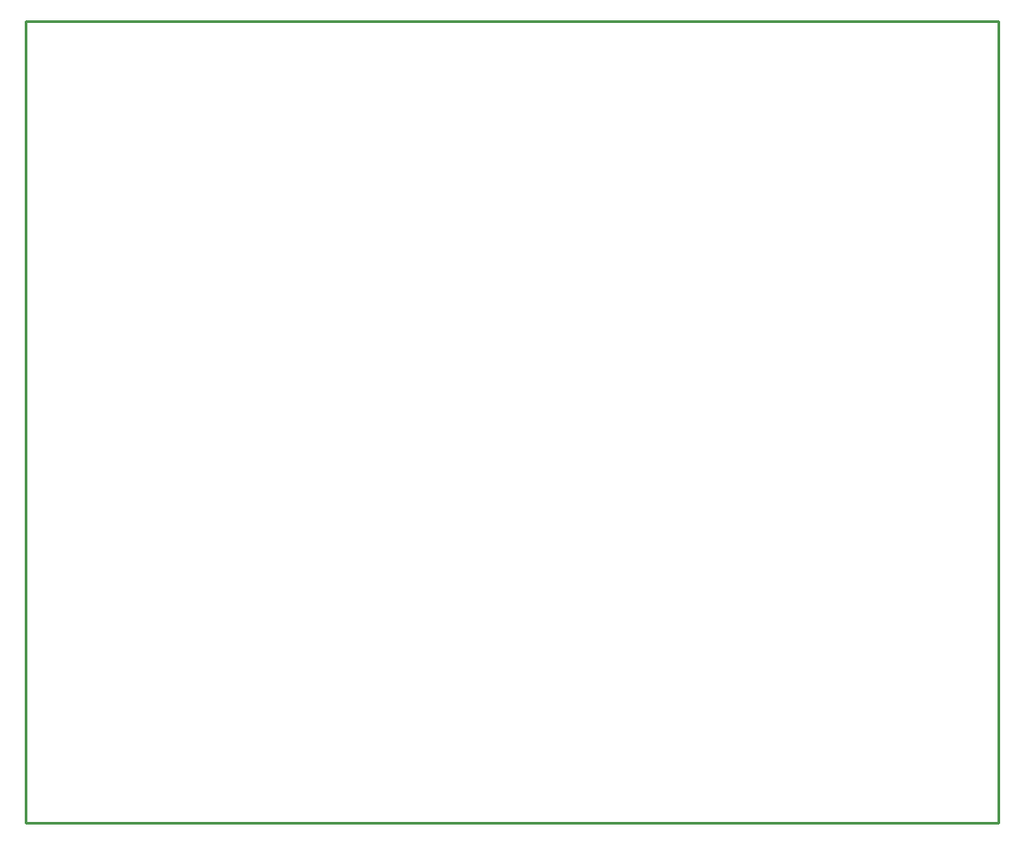
<source format=gko>
G04*
G04 #@! TF.GenerationSoftware,Altium Limited,Altium Designer,18.1.6 (161)*
G04*
G04 Layer_Color=16711935*
%FSTAX24Y24*%
%MOIN*%
G70*
G01*
G75*
%ADD18C,0.0100*%
D18*
X0099Y01985D02*
Y0501D01*
Y01985D02*
X0466D01*
Y0501D01*
X0099D02*
X0466D01*
M02*

</source>
